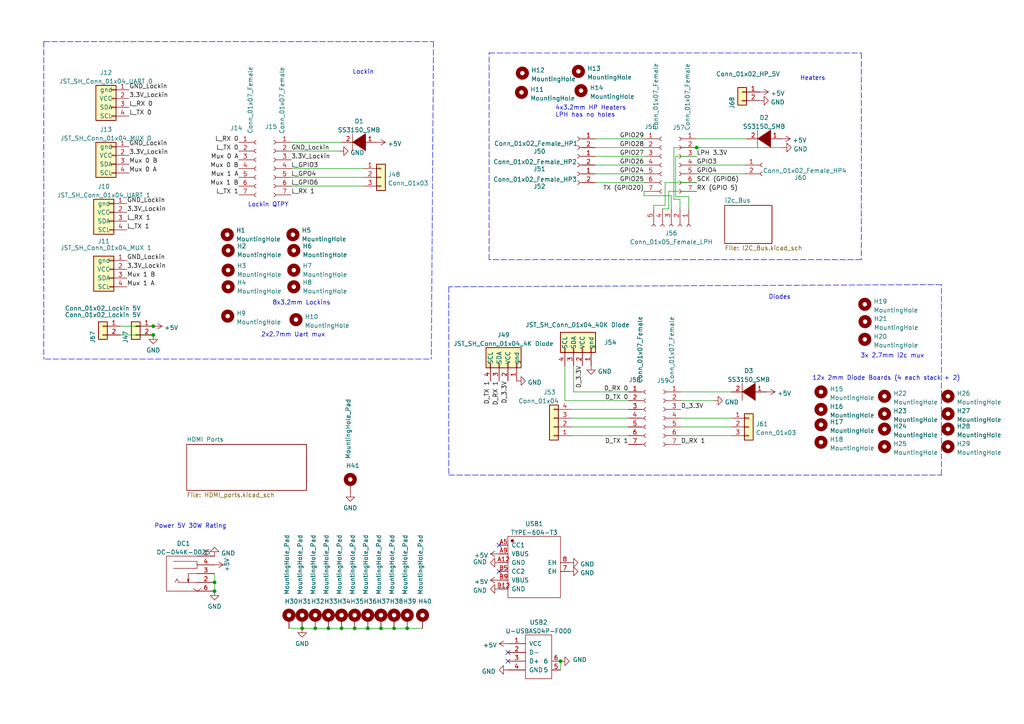
<source format=kicad_sch>
(kicad_sch (version 20231120) (generator "eeschema") (generator_version "8.0")
  (paper "A4")
  (lib_symbols
    (symbol "0JLC:JST_SH_Conn_01x04_i2c_horizontal" (pin_names (offset 1.016))
      (property "Reference" "J" (at 0 5.08 0))
      (property "Value" "0JLC_JST_SH_Conn_01x04_i2c_horizontal" (at 0 -7.62 0))
      (symbol "JST_SH_Conn_01x04_i2c_horizontal_1_1"
        (rectangle (start -1.27 -4.953) (end 0 -5.207) (stroke (width 0.1524)))
        (rectangle (start -1.27 -2.413) (end 0 -2.667) (stroke (width 0.1524)))
        (rectangle (start -1.27 0.127) (end 0 -0.127) (stroke (width 0.1524)))
        (rectangle (start -1.27 2.667) (end 0 2.413) (stroke (width 0.1524)))
        (rectangle (start -1.27 3.81) (end 4.572 -6.35) (stroke (width 0.254)) (fill (type background)))
        (pin passive line (at -5.08 2.54 0) (length 3.81) (name "gnd") (number "1"))
        (pin passive line (at -5.08 0 0) (length 3.81) (name "VCC") (number "2"))
        (pin passive line (at -5.08 -2.54 0) (length 3.81) (name "SDA") (number "3"))
        (pin passive line (at -5.08 -5.08 0) (length 3.81) (name "SCL") (number "4"))
      )
    )
    (symbol "0Therm_Enclosure:DC-044K-D025" (pin_names (offset 1.016) hide)
      (property "Reference" "DC" (at 0 10.287 0))
      (property "Value" "DC-044K-D025" (at 0 15.367 0))
      (symbol "DC-044K-D025_1_1"
        (polyline (pts (xy 0 -2.54) (xy -0.254 -1.524)) (stroke (width 0.1524)))
        (polyline (pts (xy 0 -2.54) (xy 0.254 -1.524)) (stroke (width 0.1524)))
        (polyline (pts (xy 2.54 3.556) (xy -4.318 3.556)) (stroke (width 0.1524)))
        (polyline (pts (xy 2.54 0) (xy 0 0) (xy 0 -2.54)) (stroke (width 0.1524)))
        (polyline (pts (xy 2.54 3.556) (xy 2.54 1.524) (xy -4.318 1.524)) (stroke (width 0.1524)))
        (polyline (pts (xy 2.54 -2.54) (xy -2.794 -2.54) (xy -3.302 -1.524) (xy -3.81 -2.54)) (stroke (width 0.1524)))
        (polyline (pts (xy 2.54 5.08) (xy -6.35 5.08) (xy -6.35 -5.08) (xy 2.54 -5.08)) (stroke (width 0.1524)))
        (bezier (pts (xy 3.556 -4.318) (xy 2.54 -5.842) (xy 1.524 -4.318) (xy 1.524 -4.318)) (stroke (width 0.1524)))
        (pin input line (at 7.62 5.08 180) (length 5.08) (name "1") (number "1"))
        (pin input line (at 7.62 -2.54 180) (length 5.08) (name "2") (number "2"))
        (pin input line (at 7.62 0 180) (length 5.08) (name "3") (number "3"))
        (pin input line (at 7.62 2.54 180) (length 5.08) (name "4") (number "4"))
        (pin input line (at 7.62 -5.08 180) (length 5.08) (name "6") (number "6"))
      )
    )
    (symbol "0Therm_Enclosure:TYPE-604-T3" (pin_names (offset 1.016))
      (property "Reference" "USB" (at 0 10.2362 0))
      (property "Value" "TYPE-604-T3" (at 0 15.3162 0))
      (symbol "TYPE-604-T3_1_1"
        (rectangle (start -7.62 7.62) (end 7.62 -10.16) (stroke (width 0.1524)))
        (circle (center -6.35 6.35) (radius 0.381) (stroke (width 0.1524)) (fill (type outline)))
        (pin input line (at 10.16 -2.54 180) (length 2.54) (name "EH") (number "7"))
        (pin input line (at 10.16 0 180) (length 2.54) (name "EH") (number "8"))
        (pin input line (at -10.16 0 0) (length 2.54) (name "GND") (number "A12"))
        (pin input line (at -10.16 5.08 0) (length 2.54) (name "CC1") (number "A5"))
        (pin input line (at -10.16 2.54 0) (length 2.54) (name "VBUS") (number "A9"))
        (pin input line (at -10.16 -7.62 0) (length 2.54) (name "GND") (number "B12"))
        (pin input line (at -10.16 -2.54 0) (length 2.54) (name "CC2") (number "B5"))
        (pin input line (at -10.16 -5.08 0) (length 2.54) (name "VBUS") (number "B9"))
      )
    )
    (symbol "0Therm_Enclosure:U-USBAS04P-F000" (pin_names (offset 1.016))
      (property "Reference" "USB" (at 0 10.2362 0))
      (property "Value" "U-USBAS04P-F000" (at 0 15.3162 0))
      (symbol "U-USBAS04P-F000_1_1"
        (rectangle (start 0 7.62) (end 7.62 -5.08) (stroke (width 0.1524)))
        (pin input line (at -5.08 5.08 0) (length 5.08) (name "VCC") (number "1"))
        (pin input line (at -5.08 2.54 0) (length 5.08) (name "D-") (number "2"))
        (pin input line (at -5.08 0 0) (length 5.08) (name "D+") (number "3"))
        (pin input line (at -5.08 -2.54 0) (length 5.08) (name "GND") (number "4"))
        (pin input line (at 10.16 -2.54 180) (length 2.54) (name "5") (number "5"))
        (pin input line (at 10.16 0 180) (length 2.54) (name "6") (number "6"))
      )
    )
    (symbol "Connector:Conn_01x02_Female" (pin_names (offset 1.016) hide)
      (property "Reference" "J" (at 0 2.54 0))
      (property "Value" "Conn_01x02_Female" (at 0 -5.08 0))
      (symbol "Conn_01x02_Female_1_1"
        (arc (start 0 -2.032) (mid -0.5058 -2.54) (end 0 -3.048) (stroke (width 0.1524)))
        (polyline (pts (xy -1.27 -2.54) (xy -0.508 -2.54)) (stroke (width 0.1524)))
        (polyline (pts (xy -1.27 0) (xy -0.508 0)) (stroke (width 0.1524)))
        (arc (start 0 0.508) (mid -0.5058 0) (end 0 -0.508) (stroke (width 0.1524)))
        (pin passive line (at -5.08 0 0) (length 3.81) (name "Pin_1") (number "1"))
        (pin passive line (at -5.08 -2.54 0) (length 3.81) (name "Pin_2") (number "2"))
      )
    )
    (symbol "Connector:Conn_01x05_Female" (pin_names (offset 1.016) hide)
      (property "Reference" "J" (at 0 7.62 0))
      (property "Value" "Conn_01x05_Female" (at 0 -7.62 0))
      (symbol "Conn_01x05_Female_1_1"
        (arc (start 0 -4.572) (mid -0.5058 -5.08) (end 0 -5.588) (stroke (width 0.1524)))
        (arc (start 0 -2.032) (mid -0.5058 -2.54) (end 0 -3.048) (stroke (width 0.1524)))
        (polyline (pts (xy -1.27 -5.08) (xy -0.508 -5.08)) (stroke (width 0.1524)))
        (polyline (pts (xy -1.27 -2.54) (xy -0.508 -2.54)) (stroke (width 0.1524)))
        (polyline (pts (xy -1.27 0) (xy -0.508 0)) (stroke (width 0.1524)))
        (polyline (pts (xy -1.27 2.54) (xy -0.508 2.54)) (stroke (width 0.1524)))
        (polyline (pts (xy -1.27 5.08) (xy -0.508 5.08)) (stroke (width 0.1524)))
        (arc (start 0 0.508) (mid -0.5058 0) (end 0 -0.508) (stroke (width 0.1524)))
        (arc (start 0 3.048) (mid -0.5058 2.54) (end 0 2.032) (stroke (width 0.1524)))
        (arc (start 0 5.588) (mid -0.5058 5.08) (end 0 4.572) (stroke (width 0.1524)))
        (pin passive line (at -5.08 5.08 0) (length 3.81) (name "Pin_1") (number "1"))
        (pin passive line (at -5.08 2.54 0) (length 3.81) (name "Pin_2") (number "2"))
        (pin passive line (at -5.08 0 0) (length 3.81) (name "Pin_3") (number "3"))
        (pin passive line (at -5.08 -2.54 0) (length 3.81) (name "Pin_4") (number "4"))
        (pin passive line (at -5.08 -5.08 0) (length 3.81) (name "Pin_5") (number "5"))
      )
    )
    (symbol "Connector:Conn_01x07_Female" (pin_names (offset 1.016) hide)
      (property "Reference" "J" (at 0 10.16 0))
      (property "Value" "Conn_01x07_Female" (at 0 -10.16 0))
      (symbol "Conn_01x07_Female_1_1"
        (arc (start 0 -7.112) (mid -0.5058 -7.62) (end 0 -8.128) (stroke (width 0.1524)))
        (arc (start 0 -4.572) (mid -0.5058 -5.08) (end 0 -5.588) (stroke (width 0.1524)))
        (arc (start 0 -2.032) (mid -0.5058 -2.54) (end 0 -3.048) (stroke (width 0.1524)))
        (polyline (pts (xy -1.27 -7.62) (xy -0.508 -7.62)) (stroke (width 0.1524)))
        (polyline (pts (xy -1.27 -5.08) (xy -0.508 -5.08)) (stroke (width 0.1524)))
        (polyline (pts (xy -1.27 -2.54) (xy -0.508 -2.54)) (stroke (width 0.1524)))
        (polyline (pts (xy -1.27 0) (xy -0.508 0)) (stroke (width 0.1524)))
        (polyline (pts (xy -1.27 2.54) (xy -0.508 2.54)) (stroke (width 0.1524)))
        (polyline (pts (xy -1.27 5.08) (xy -0.508 5.08)) (stroke (width 0.1524)))
        (polyline (pts (xy -1.27 7.62) (xy -0.508 7.62)) (stroke (width 0.1524)))
        (arc (start 0 0.508) (mid -0.5058 0) (end 0 -0.508) (stroke (width 0.1524)))
        (arc (start 0 3.048) (mid -0.5058 2.54) (end 0 2.032) (stroke (width 0.1524)))
        (arc (start 0 5.588) (mid -0.5058 5.08) (end 0 4.572) (stroke (width 0.1524)))
        (arc (start 0 8.128) (mid -0.5058 7.62) (end 0 7.112) (stroke (width 0.1524)))
        (pin passive line (at -5.08 7.62 0) (length 3.81) (name "Pin_1") (number "1"))
        (pin passive line (at -5.08 5.08 0) (length 3.81) (name "Pin_2") (number "2"))
        (pin passive line (at -5.08 2.54 0) (length 3.81) (name "Pin_3") (number "3"))
        (pin passive line (at -5.08 0 0) (length 3.81) (name "Pin_4") (number "4"))
        (pin passive line (at -5.08 -2.54 0) (length 3.81) (name "Pin_5") (number "5"))
        (pin passive line (at -5.08 -5.08 0) (length 3.81) (name "Pin_6") (number "6"))
        (pin passive line (at -5.08 -7.62 0) (length 3.81) (name "Pin_7") (number "7"))
      )
    )
    (symbol "Connector_Generic:Conn_01x02" (pin_names (offset 1.016) hide)
      (property "Reference" "J" (at 0 2.54 0))
      (property "Value" "Conn_01x02" (at 0 -5.08 0))
      (symbol "Conn_01x02_1_1"
        (rectangle (start -1.27 -2.413) (end 0 -2.667) (stroke (width 0.1524)))
        (rectangle (start -1.27 0.127) (end 0 -0.127) (stroke (width 0.1524)))
        (rectangle (start -1.27 1.27) (end 1.27 -3.81) (stroke (width 0.254)) (fill (type background)))
        (pin passive line (at -5.08 0 0) (length 3.81) (name "Pin_1") (number "1"))
        (pin passive line (at -5.08 -2.54 0) (length 3.81) (name "Pin_2") (number "2"))
      )
    )
    (symbol "Connector_Generic:Conn_01x03" (pin_names (offset 1.016) hide)
      (property "Reference" "J" (at 0 5.08 0))
      (property "Value" "Conn_01x03" (at 0 -5.08 0))
      (symbol "Conn_01x03_1_1"
        (rectangle (start -1.27 -2.413) (end 0 -2.667) (stroke (width 0.1524)))
        (rectangle (start -1.27 0.127) (end 0 -0.127) (stroke (width 0.1524)))
        (rectangle (start -1.27 2.667) (end 0 2.413) (stroke (width 0.1524)))
        (rectangle (start -1.27 3.81) (end 1.27 -3.81) (stroke (width 0.254)) (fill (type background)))
        (pin passive line (at -5.08 2.54 0) (length 3.81) (name "Pin_1") (number "1"))
        (pin passive line (at -5.08 0 0) (length 3.81) (name "Pin_2") (number "2"))
        (pin passive line (at -5.08 -2.54 0) (length 3.81) (name "Pin_3") (number "3"))
      )
    )
    (symbol "Connector_Generic:Conn_01x04" (pin_names (offset 1.016) hide)
      (property "Reference" "J" (at 0 5.08 0))
      (property "Value" "Conn_01x04" (at 0 -7.62 0))
      (symbol "Conn_01x04_1_1"
        (rectangle (start -1.27 -4.953) (end 0 -5.207) (stroke (width 0.1524)))
        (rectangle (start -1.27 -2.413) (end 0 -2.667) (stroke (width 0.1524)))
        (rectangle (start -1.27 0.127) (end 0 -0.127) (stroke (width 0.1524)))
        (rectangle (start -1.27 2.667) (end 0 2.413) (stroke (width 0.1524)))
        (rectangle (start -1.27 3.81) (end 1.27 -6.35) (stroke (width 0.254)) (fill (type background)))
        (pin passive line (at -5.08 2.54 0) (length 3.81) (name "Pin_1") (number "1"))
        (pin passive line (at -5.08 0 0) (length 3.81) (name "Pin_2") (number "2"))
        (pin passive line (at -5.08 -2.54 0) (length 3.81) (name "Pin_3") (number "3"))
        (pin passive line (at -5.08 -5.08 0) (length 3.81) (name "Pin_4") (number "4"))
      )
    )
    (symbol "Mechanical:MountingHole" (pin_names (offset 1.016))
      (property "Reference" "H" (at 0 5.08 0))
      (property "Value" "MountingHole" (at 0 3.175 0))
      (symbol "MountingHole_0_1"
        (circle (center 0 0) (radius 1.27) (stroke (width 1.27)))
      )
    )
    (symbol "Mechanical:MountingHole_Pad" (pin_numbers hide) (pin_names (offset 1.016) hide)
      (property "Reference" "H" (at 0 6.35 0))
      (property "Value" "MountingHole_Pad" (at 0 4.445 0))
      (symbol "MountingHole_Pad_0_1"
        (circle (center 0 1.27) (radius 1.27) (stroke (width 1.27)))
      )
      (symbol "MountingHole_Pad_1_1"
        (pin input line (at 0 -2.54 90) (length 2.54) (name "1") (number "1"))
      )
    )
    (symbol "power:+5V" (power) (pin_names (offset 0))
      (property "Value" "+5V" (at 0 3.556 0))
      (symbol "+5V_0_1"
        (polyline (pts (xy -0.762 1.27) (xy 0 2.54)))
        (polyline (pts (xy 0 0) (xy 0 2.54)))
        (polyline (pts (xy 0 2.54) (xy 0.762 1.27)))
      )
      (symbol "+5V_1_1"
        (pin power_in line (at 0 0 90) (length 0) hide (name "+5V") (number "1"))
      )
    )
    (symbol "power:GND" (power) (pin_names (offset 0))
      (property "Value" "GND" (at 0 -3.81 0))
      (symbol "GND_0_1"
        (polyline (pts (xy 0 0) (xy 0 -1.27) (xy 1.27 -1.27) (xy 0 -2.54) (xy -1.27 -1.27) (xy 0 -1.27)))
      )
      (symbol "GND_1_1"
        (pin power_in line (at 0 0 270) (length 0) hide (name "GND") (number "1"))
      )
    )
    (symbol "pspice:DIODE" (pin_names (offset 1.016) hide)
      (property "Reference" "D" (at 0 3.81 0))
      (property "Value" "DIODE" (at 0 -4.445 0))
      (symbol "DIODE_0_1"
        (polyline (pts (xy 1.905 2.54) (xy 1.905 -2.54)))
        (polyline (pts (xy -1.905 2.54) (xy -1.905 -2.54) (xy 1.905 0)) (fill (type outline)))
      )
      (symbol "DIODE_1_1"
        (pin input line (at -5.08 0 0) (length 3.81) (name "K") (number "1"))
        (pin input line (at 5.08 0 180) (length 3.81) (name "A") (number "2"))
      )
    )
  )
  (junction (at 44.45 94.615))
  (junction (at 99.06 182.245))
  (junction (at 118.11 182.245))
  (junction (at 62.23 171.45))
  (junction (at 102.87 182.245))
  (junction (at 162.56 191.77))
  (junction (at 110.49 182.245))
  (junction (at 202.057 42.799))
  (junction (at 106.68 182.245))
  (junction (at 44.45 97.155))
  (junction (at 95.25 182.245))
  (junction (at 87.63 182.245))
  (junction (at 114.3 182.245))
  (junction (at 91.44 182.245))
  (junction (at 62.23 168.91))
  (no_connect (at 147.32 191.77))
  (no_connect (at 147.32 189.23))
  (no_connect (at 144.78 158.115))
  (no_connect (at 144.78 165.735))
  (wire (pts (xy 87.63 182.245) (xy 91.44 182.245)))
  (wire (pts (xy 192.913 52.959) (xy 192.913 59.563)))
  (wire (pts (xy 195.961 57.023) (xy 199.771 57.023)))
  (wire (pts (xy 84.455 48.895) (xy 105.41 48.895)))
  (wire (pts (xy 118.11 182.245) (xy 122.555 182.245)))
  (wire (pts (xy 192.151 60.579) (xy 193.929 60.579)))
  (wire (pts (xy 202.057 52.959) (xy 192.913 52.959)))
  (wire (pts (xy 106.68 182.245) (xy 110.49 182.245)))
  (wire (pts (xy 182.245 113.665) (xy 166.37 113.665)))
  (wire (pts (xy 197.485 123.825) (xy 212.09 123.825)))
  (polyline (pts (xy 12.7 12.065) (xy 12.7 104.14)) (stroke (width 0) (type dash)))
  (wire (pts (xy 166.37 113.665) (xy 166.37 106.045)))
  (wire (pts (xy 202.057 47.879) (xy 216.027 47.879)))
  (wire (pts (xy 199.771 57.023) (xy 199.771 60.579)))
  (wire (pts (xy 114.3 182.245) (xy 118.11 182.245)))
  (wire (pts (xy 195.453 42.799) (xy 195.453 57.785)))
  (polyline (pts (xy 125.73 12.065) (xy 125.095 104.14)) (stroke (width 0) (type dash)))
  (polyline (pts (xy 249.809 75.311) (xy 141.859 75.311)) (stroke (width 0) (type dash)))
  (wire (pts (xy 172.593 40.259) (xy 186.817 40.259)))
  (wire (pts (xy 202.057 40.259) (xy 216.535 40.259)))
  (wire (pts (xy 172.593 47.879) (xy 186.817 47.879)))
  (wire (pts (xy 194.691 56.769) (xy 194.691 60.579)))
  (wire (pts (xy 195.961 45.339) (xy 195.961 57.023)))
  (polyline (pts (xy 130.175 83.185) (xy 130.175 137.795)) (stroke (width 0) (type dash)))
  (wire (pts (xy 84.455 43.815) (xy 98.425 43.815)))
  (wire (pts (xy 95.25 182.245) (xy 99.06 182.245)))
  (wire (pts (xy 34.925 94.615) (xy 44.45 94.615)))
  (wire (pts (xy 102.87 182.245) (xy 106.68 182.245)))
  (wire (pts (xy 195.453 57.785) (xy 197.231 57.785)))
  (polyline (pts (xy 273.05 137.795) (xy 273.05 82.55)) (stroke (width 0) (type dash)))
  (polyline (pts (xy 124.46 104.14) (xy 12.7 104.14)) (stroke (width 0) (type dash)))
  (wire (pts (xy 84.455 53.975) (xy 105.41 53.975)))
  (wire (pts (xy 195.453 42.799) (xy 202.057 42.799)))
  (polyline (pts (xy 249.809 15.367) (xy 249.809 75.311)) (stroke (width 0) (type dash)))
  (wire (pts (xy 193.929 55.499) (xy 202.057 55.499)))
  (wire (pts (xy 91.44 182.245) (xy 95.25 182.245)))
  (wire (pts (xy 165.735 121.285) (xy 182.245 121.285)))
  (polyline (pts (xy 130.175 137.795) (xy 273.05 137.795)) (stroke (width 0) (type dash)))
  (wire (pts (xy 197.485 126.365) (xy 212.09 126.365)))
  (wire (pts (xy 84.455 41.275) (xy 99.06 41.275)))
  (wire (pts (xy 163.83 116.205) (xy 182.245 116.205)))
  (wire (pts (xy 62.23 166.37) (xy 62.23 168.91)))
  (wire (pts (xy 192.913 59.563) (xy 189.611 59.563)))
  (wire (pts (xy 62.23 168.91) (xy 62.23 171.45)))
  (polyline (pts (xy 141.859 15.367) (xy 249.809 15.367)) (stroke (width 0) (type dash)))
  (wire (pts (xy 189.611 59.563) (xy 189.611 60.579)))
  (wire (pts (xy 197.485 113.665) (xy 212.09 113.665)))
  (wire (pts (xy 172.593 45.339) (xy 186.817 45.339)))
  (wire (pts (xy 186.817 55.499) (xy 186.817 56.769)))
  (wire (pts (xy 186.817 56.769) (xy 194.691 56.769)))
  (wire (pts (xy 172.593 52.959) (xy 186.817 52.959)))
  (wire (pts (xy 34.925 97.155) (xy 44.45 97.155)))
  (wire (pts (xy 165.735 123.825) (xy 182.245 123.825)))
  (wire (pts (xy 197.231 57.785) (xy 197.231 60.579)))
  (wire (pts (xy 165.735 118.745) (xy 182.245 118.745)))
  (wire (pts (xy 197.485 121.285) (xy 212.09 121.285)))
  (wire (pts (xy 193.929 60.579) (xy 193.929 55.499)))
  (wire (pts (xy 197.485 116.205) (xy 207.01 116.205)))
  (wire (pts (xy 172.593 42.799) (xy 186.817 42.799)))
  (wire (pts (xy 202.057 42.799) (xy 226.949 42.799)))
  (wire (pts (xy 99.06 182.245) (xy 102.87 182.245)))
  (wire (pts (xy 110.49 182.245) (xy 114.3 182.245)))
  (wire (pts (xy 202.057 50.419) (xy 216.027 50.419)))
  (wire (pts (xy 165.735 126.365) (xy 182.245 126.365)))
  (wire (pts (xy 172.593 50.419) (xy 186.817 50.419)))
  (polyline (pts (xy 12.7 12.065) (xy 125.73 12.065)) (stroke (width 0) (type dash)))
  (wire (pts (xy 162.56 191.77) (xy 162.56 194.31)))
  (wire (pts (xy 84.455 51.435) (xy 105.41 51.435)))
  (wire (pts (xy 202.057 45.339) (xy 195.961 45.339)))
  (polyline (pts (xy 273.05 82.55) (xy 130.175 83.185)) (stroke (width 0) (type dash)))
  (wire (pts (xy 163.83 106.045) (xy 163.83 116.205)))
  (polyline (pts (xy 141.859 75.311) (xy 141.859 15.367)) (stroke (width 0) (type dash)))
  (wire (pts (xy 83.82 182.245) (xy 87.63 182.245)))
  (text "12x 2mm Diode Boards (4 each stack + 2)" (at 235.585 110.49 0) (effects (font (size 1.27 1.27)) (justify left bottom)))
  (text "8x3.2mm Lockins" (at 78.994 88.646 0) (effects (font (size 1.27 1.27)) (justify left bottom)))
  (text "3x 2.7mm i2c mux\n\n" (at 249.555 106.045 0) (effects (font (size 1.27 1.27)) (justify left bottom)))
  (text "Lockin QTPY\n" (at 71.882 60.198 0) (effects (font (size 1.27 1.27)) (justify left bottom)))
  (text "Power 5V 30W Rating" (at 44.7534 153.4042 0) (effects (font (size 1.27 1.27)) (justify left bottom)))
  (text "2x2.7mm Uart mux\n\n" (at 75.692 99.949 0) (effects (font (size 1.27 1.27)) (justify left bottom)))
  (text "Heaters" (at 232.029 23.495 0) (effects (font (size 1.27 1.27)) (justify left bottom)))
  (text "Lockin\n" (at 102.235 21.717 0) (effects (font (size 1.27 1.27)) (justify left bottom)))
  (text "4x3.2mm HP Heaters\nLPH has no holes" (at 161.036 34.163 0) (effects (font (size 1.27 1.27)) (justify left bottom)))
  (text "Diodes\n" (at 222.885 86.995 0) (effects (font (size 1.27 1.27)) (justify left bottom)))
  (label "RX (GPIO 5)" (at 202.057 55.499 0))
  (label "L_RX 0" (at 37.465 31.115 0))
  (label "GND_Lockin" (at 84.455 43.815 0))
  (label "GND_Lockin" (at 36.83 59.055 0))
  (label "L_RX 1" (at 36.83 64.135 0))
  (label "GND_Lockin" (at 37.465 26.035 0))
  (label "Mux 1 B" (at 36.83 80.645 0))
  (label "3.3V_Lockin" (at 84.455 46.355 0))
  (label "GPIO29" (at 186.817 40.259 180))
  (label "SCK (GPIO6)" (at 202.057 52.959 0))
  (label "3.3V_Lockin" (at 37.465 45.085 0))
  (label "Mux 0 A" (at 69.215 46.355 180))
  (label "3.3V_Lockin" (at 36.83 61.595 0))
  (label "Mux 1 B" (at 69.215 53.975 180))
  (label "3.3V_Lockin" (at 37.465 28.575 0))
  (label "D_RX 1" (at 197.485 128.905 0))
  (label "GPIO24" (at 186.817 50.419 180))
  (label "L_TX 1" (at 69.215 56.515 180))
  (label "D_3.3V" (at 147.32 110.49 270))
  (label "Mux 0 B" (at 37.465 47.625 0))
  (label "3.3V_Lockin" (at 36.83 78.105 0))
  (label "D_3.3V" (at 197.485 118.745 0))
  (label "D_TX 1" (at 142.24 110.49 270))
  (label "Mux 0 B" (at 69.215 48.895 180))
  (label "GND_Lockin" (at 37.465 42.545 0))
  (label "LPH 3.3V" (at 202.057 45.339 0))
  (label "Mux 1 A" (at 69.215 51.435 180))
  (label "L_GPIO6" (at 84.455 53.975 0))
  (label "TX (GPIO20)" (at 186.817 55.499 180))
  (label "GND_Lockin" (at 36.83 75.565 0))
  (label "L_GPIO3" (at 84.455 48.895 0))
  (label "GPIO25" (at 186.817 52.959 180))
  (label "L_TX 0" (at 69.215 43.815 180))
  (label "D_TX 0" (at 182.245 116.205 180))
  (label "D_RX 1" (at 144.78 110.49 270))
  (label "GPIO4" (at 202.057 50.419 0))
  (label "L_RX 0" (at 69.215 41.275 180))
  (label "D_RX 0" (at 182.245 113.665 180))
  (label "Mux 1 A" (at 36.83 83.185 0))
  (label "GPIO3" (at 202.057 47.879 0))
  (label "D_TX 1" (at 182.245 128.905 180))
  (label "GPIO27" (at 186.817 45.339 180))
  (label "GPIO26" (at 186.817 47.879 180))
  (label "D_3.3V" (at 168.91 106.045 270))
  (label "L_GPO4" (at 84.455 51.435 0))
  (label "GPIO28" (at 186.817 42.799 180))
  (label "L_RX 1" (at 84.455 56.515 0))
  (label "Mux 0 A" (at 37.465 50.165 0))
  (label "L_TX 0" (at 37.465 33.655 0))
  (label "L_TX 1" (at 36.83 66.675 0))
  (symbol (lib_id "power:GND") (at 87.63 182.245 0) (unit 1)
    (property "Reference" "#PWR0112" (effects (hide yes)))
    (property "Value" "GND" (at 87.63 186.6884 0))
  )
  (symbol (lib_id "Mechanical:MountingHole") (at 256.54 120.015 0) (unit 1)
    (property "Reference" "H23" (at 259.08 119.1803 0) (effects (justify left)))
    (property "Value" "MountingHole" (at 259.08 121.7172 0) (effects (justify left)))
    (property "Footprint" "MountingHole:MountingHole_2.2mm_M2_Pad" (effects (hide yes)))
  )
  (symbol (lib_id "power:+5V") (at 44.45 94.615 270) (unit 1)
    (property "Reference" "#PWR01" (effects (hide yes)))
    (property "Value" "+5V" (at 47.625 95.0488 90) (effects (justify left)))
  )
  (symbol (lib_id "Mechanical:MountingHole") (at 250.825 98.425 0) (unit 1)
    (property "Reference" "H20" (at 253.365 97.5903 0) (effects (justify left)))
    (property "Value" "MountingHole" (at 253.365 100.1272 0) (effects (justify left)))
    (property "Footprint" "MountingHole:MountingHole_2.7mm_M2.5_Pad" (effects (hide yes)))
  )
  (symbol (lib_id "Mechanical:MountingHole") (at 167.767 20.701 0) (unit 1)
    (property "Reference" "H13" (at 170.307 19.8663 0) (effects (justify left)))
    (property "Value" "MountingHole" (at 170.307 22.4032 0) (effects (justify left)))
    (property "Footprint" "MountingHole:MountingHole_3.2mm_M3_Pad" (effects (hide yes)))
  )
  (symbol (lib_id "Connector:Conn_01x07_Female") (at 196.977 47.879 0) (mirror y) (unit 1)
    (property "Reference" "J57" (at 196.85 36.991 0))
    (property "Value" "Conn_01x07_Female" (at 199.39 28.0979 90))
    (property "Footprint" "Connector_PinSocket_2.54mm:PinSocket_1x07_P2.54mm_Vertical" (effects (hide yes)))
    (property "LCSC" "C2897370" (effects (hide yes)))
  )
  (symbol (lib_id "Mechanical:MountingHole") (at 66.167 78.359 0) (unit 1)
    (property "Reference" "H3" (at 68.707 77.0889 0) (effects (justify left)))
    (property "Value" "MountingHole" (at 68.707 79.6289 0) (effects (justify left)))
    (property "Footprint" "MountingHole:MountingHole_3.2mm_M3_Pad" (effects (hide yes)))
  )
  (symbol (lib_id "pspice:DIODE") (at 217.17 113.665 180) (unit 1)
    (property "Reference" "D3" (at 217.17 107.5522 0))
    (property "Value" "SS3150_SMB" (at 217.17 110.0891 0))
    (property "Footprint" "0Library:SMB_L4.6-W3.6-LS5.3-R-RD" (effects (hide yes)))
    (property "LCSC" "C47124" (effects (hide yes)))
  )
  (symbol (lib_id "Mechanical:MountingHole") (at 85.217 78.359 0) (unit 1)
    (property "Reference" "H7" (at 87.757 77.0889 0) (effects (justify left)))
    (property "Value" "MountingHole" (at 87.757 79.6289 0) (effects (justify left)))
    (property "Footprint" "MountingHole:MountingHole_3.2mm_M3_Pad" (effects (hide yes)))
  )
  (symbol (lib_id "0JLC:JST_SH_Conn_01x04_i2c_horizontal") (at 32.385 45.085 0) (mirror y) (unit 1)
    (property "Reference" "J13" (at 30.734 37.5752 0))
    (property "Value" "JST_SH_Conn_01x04_MUX 0" (at 30.734 40.1121 0))
    (property "Footprint" "Connector_JST:JST_SH_BM04B-SRSS-TB_1x04-1MP_P1.00mm_Vertical" (effects (hide yes)))
    (property "LCSC" "C160390" (effects (hide yes)))
  )
  (symbol (lib_id "Mechanical:MountingHole") (at 274.955 114.935 0) (unit 1)
    (property "Reference" "H26" (at 277.495 114.1003 0) (effects (justify left)))
    (property "Value" "MountingHole" (at 277.495 116.6372 0) (effects (justify left)))
    (property "Footprint" "MountingHole:MountingHole_2.2mm_M2_Pad" (effects (hide yes)))
  )
  (symbol (lib_id "power:GND") (at 165.1 165.735 90) (unit 1)
    (property "Reference" "#PWR0119" (effects (hide yes)))
    (property "Value" "GND" (at 168.275 166.1688 90) (effects (justify right)))
  )
  (symbol (lib_id "power:GND") (at 62.23 161.29 180) (unit 1)
    (property "Reference" "#PWR011" (effects (hide yes)))
    (property "Value" "GND" (at 64.135 160.4538 0) (effects (justify right)))
  )
  (symbol (lib_id "0JLC:JST_SH_Conn_01x04_i2c_horizontal") (at 168.91 100.965 270) (mirror x) (unit 1)
    (property "Reference" "J54" (at 177.0396 99.314 90))
    (property "Value" "JST_SH_Conn_01x04_40K Diode" (at 167.5177 94.234 90))
    (property "Footprint" "Connector_JST:JST_SH_BM04B-SRSS-TB_1x04-1MP_P1.00mm_Vertical" (effects (hide yes)))
    (property "LCSC" "C160390" (effects (hide yes)))
  )
  (symbol (lib_id "Connector:Conn_01x02_Female") (at 167.513 45.339 0) (mirror y) (unit 1)
    (property "Reference" "J51" (at 156.464 48.988 0))
    (property "Value" "Conn_01x02_Female_HP2" (at 155.194 46.9591 0))
    (property "Footprint" "Connector_PinSocket_2.54mm:PinSocket_1x02_P2.54mm_Vertical" (effects (hide yes)))
    (property "LCSC" "C49661" (effects (hide yes)))
  )
  (symbol (lib_id "power:GND") (at 144.78 170.815 270) (unit 1)
    (property "Reference" "#PWR0115" (effects (hide yes)))
    (property "Value" "GND" (at 137.16 171.2488 90) (effects (justify left)))
  )
  (symbol (lib_id "power:GND") (at 226.949 42.799 90) (unit 1)
    (property "Reference" "#PWR07" (effects (hide yes)))
    (property "Value" "GND" (at 230.124 43.2328 90) (effects (justify right)))
  )
  (symbol (lib_id "0JLC:JST_SH_Conn_01x04_i2c_horizontal") (at 31.75 78.105 0) (mirror y) (unit 1)
    (property "Reference" "J11" (at 30.099 69.9754 0))
    (property "Value" "JST_SH_Conn_01x04_MUX 1" (at 30.734 71.8773 0))
    (property "Footprint" "Connector_JST:JST_SH_BM04B-SRSS-TB_1x04-1MP_P1.00mm_Vertical" (effects (hide yes)))
    (property "LCSC" "C160390" (effects (hide yes)))
  )
  (symbol (lib_id "Connector:Conn_01x05_Female") (at 194.691 65.659 270) (unit 1)
    (property "Reference" "J56" (at 194.691 67.6386 90))
    (property "Value" "Conn_01x05_Female_LPH" (at 194.691 70.1755 90))
    (property "Footprint" "Connector_PinSocket_2.54mm:PinSocket_1x05_P2.54mm_Vertical" (effects (hide yes)))
    (property "LCSC" "C50950" (effects (hide yes)))
  )
  (symbol (lib_id "Connector_Generic:Conn_01x03") (at 217.17 123.825 0) (unit 1)
    (property "Reference" "J61" (at 219.202 122.9903 0) (effects (justify left)))
    (property "Value" "Conn_01x03" (at 219.202 125.5272 0) (effects (justify left)))
    (property "Footprint" "Connector_PinSocket_2.54mm:PinSocket_1x03_P2.54mm_Vertical" (effects (hide yes)))
  )
  (symbol (lib_id "Mechanical:MountingHole") (at 85.852 92.71 0) (unit 1)
    (property "Reference" "H10" (at 88.392 91.8753 0) (effects (justify left)))
    (property "Value" "MountingHole" (at 88.392 94.4122 0) (effects (justify left)))
    (property "Footprint" "MountingHole:MountingHole_2.7mm_Pad" (effects (hide yes)))
  )
  (symbol (lib_id "power:GND") (at 162.56 191.77 90) (unit 1)
    (property "Reference" "#PWR0122" (effects (hide yes)))
    (property "Value" "GND" (at 170.18 191.3362 90) (effects (justify left)))
  )
  (symbol (lib_id "power:+5V") (at 109.22 41.275 270) (unit 1)
    (property "Reference" "#PWR0101" (effects (hide yes)))
    (property "Value" "+5V" (at 112.395 41.7088 90) (effects (justify left)))
  )
  (symbol (lib_id "Mechanical:MountingHole") (at 250.825 88.265 0) (unit 1)
    (property "Reference" "H19" (at 253.365 87.4303 0) (effects (justify left)))
    (property "Value" "MountingHole" (at 253.365 89.9672 0) (effects (justify left)))
    (property "Footprint" "MountingHole:MountingHole_2.7mm_M2.5_Pad" (effects (hide yes)))
  )
  (symbol (lib_id "power:GND") (at 171.45 106.045 0) (unit 1)
    (property "Reference" "#PWR04" (effects (hide yes)))
    (property "Value" "GND" (at 173.355 107.7488 0) (effects (justify left)))
  )
  (symbol (lib_id "Connector_Generic:Conn_01x03") (at 110.49 51.435 0) (unit 1)
    (property "Reference" "J48" (at 112.522 50.6003 0) (effects (justify left)))
    (property "Value" "Conn_01x03" (at 112.522 53.1372 0) (effects (justify left)))
    (property "Footprint" "Connector_PinSocket_2.54mm:PinSocket_1x03_P2.54mm_Vertical" (effects (hide yes)))
  )
  (symbol (lib_id "Connector_Generic:Conn_01x02") (at 29.845 94.615 0) (mirror y) (unit 1)
    (property "Reference" "J67" (at 26.8697 99.568 90) (effects (justify left)))
    (property "Value" "Conn_01x02_Lockin 5V" (at 40.8428 89.408 0) (effects (justify left)))
    (property "Footprint" "Connector_JST:JST_PH_B2B-PH-K_1x02_P2.00mm_Vertical" (effects (hide yes)))
    (property "LCSC" "C2683610" (effects (hide yes)))
  )
  (symbol (lib_id "Mechanical:MountingHole") (at 274.955 129.54 0) (unit 1)
    (property "Reference" "H29" (at 277.495 128.7053 0) (effects (justify left)))
    (property "Value" "MountingHole" (at 277.495 131.2422 0) (effects (justify left)))
    (property "Footprint" "MountingHole:MountingHole_2.2mm_M2_Pad" (effects (hide yes)))
  )
  (symbol (lib_id "Connector:Conn_01x07_Female") (at 191.897 47.879 0) (unit 1)
    (property "Reference" "J55" (at 186.8932 36.7573 0) (effects (justify left)))
    (property "Value" "Conn_01x07_Female" (at 190.1952 37.7702 90) (effects (justify left)))
    (property "Footprint" "Connector_PinSocket_2.54mm:PinSocket_1x07_P2.54mm_Vertical" (effects (hide yes)))
    (property "LCSC" "C2897370" (effects (hide yes)))
  )
  (symbol (lib_id "Mechanical:MountingHole") (at 238.125 118.745 0) (unit 1)
    (property "Reference" "H16" (at 240.665 117.9103 0) (effects (justify left)))
    (property "Value" "MountingHole" (at 240.665 120.4472 0) (effects (justify left)))
    (property "Footprint" "MountingHole:MountingHole_2.2mm_M2_Pad" (effects (hide yes)))
  )
  (symbol (lib_id "Connector:Conn_01x02_Female") (at 167.513 50.419 0) (mirror y) (unit 1)
    (property "Reference" "J52" (at 156.464 54.068 0))
    (property "Value" "Conn_01x02_Female_HP3" (at 155.194 52.0391 0))
    (property "Footprint" "Connector_PinSocket_2.54mm:PinSocket_1x02_P2.54mm_Vertical" (effects (hide yes)))
    (property "LCSC" "C49661" (effects (hide yes)))
  )
  (symbol (lib_id "power:+5V") (at 222.25 113.665 270) (unit 1)
    (property "Reference" "#PWR08" (effects (hide yes)))
    (property "Value" "+5V" (at 225.425 114.0988 90) (effects (justify left)))
  )
  (symbol (lib_id "Mechanical:MountingHole") (at 238.125 113.665 0) (unit 1)
    (property "Reference" "H15" (at 240.665 112.8303 0) (effects (justify left)))
    (property "Value" "MountingHole" (at 240.665 115.3672 0) (effects (justify left)))
    (property "Footprint" "MountingHole:MountingHole_2.2mm_M2_Pad" (effects (hide yes)))
  )
  (symbol (lib_id "Mechanical:MountingHole") (at 256.54 124.46 0) (unit 1)
    (property "Reference" "H24" (at 259.08 123.6253 0) (effects (justify left)))
    (property "Value" "MountingHole" (at 259.08 126.1622 0) (effects (justify left)))
    (property "Footprint" "MountingHole:MountingHole_2.2mm_M2_Pad" (effects (hide yes)))
  )
  (symbol (lib_id "0Therm_Enclosure:TYPE-604-T3") (at 154.94 163.195 0) (unit 1)
    (property "Reference" "USB1" (at 154.94 151.926 0))
    (property "Value" "TYPE-604-T3" (at 154.94 154.4629 0))
    (property "Footprint" "0Library:USB-C-TH_TYPE-604-T3" (effects (hide yes)))
    (property "LCSC" "C2689839" (effects (hide yes)))
    (property "uuid" "std:b6c19e6f567f42e08bd0e3880ca21382" (effects (hide yes)))
  )
  (symbol (lib_id "Mechanical:MountingHole") (at 151.257 26.797 0) (unit 1)
    (property "Reference" "H11" (at 153.797 25.9623 0) (effects (justify left)))
    (property "Value" "MountingHole" (at 153.797 28.4992 0) (effects (justify left)))
    (property "Footprint" "MountingHole:MountingHole_3.2mm_M3_Pad" (effects (hide yes)))
  )
  (symbol (lib_id "Mechanical:MountingHole") (at 274.955 120.015 0) (unit 1)
    (property "Reference" "H27" (at 277.495 119.1803 0) (effects (justify left)))
    (property "Value" "MountingHole" (at 277.495 121.7172 0) (effects (justify left)))
    (property "Footprint" "MountingHole:MountingHole_2.2mm_M2_Pad" (effects (hide yes)))
  )
  (symbol (lib_id "0JLC:JST_SH_Conn_01x04_i2c_horizontal") (at 32.385 28.575 0) (mirror y) (unit 1)
    (property "Reference" "J12" (at 30.734 21.0652 0))
    (property "Value" "JST_SH_Conn_01x04_UART 0" (at 30.734 23.6021 0))
    (property "Footprint" "Connector_JST:JST_SH_BM04B-SRSS-TB_1x04-1MP_P1.00mm_Vertical" (effects (hide yes)))
    (property "LCSC" "C160390" (effects (hide yes)))
  )
  (symbol (lib_id "Mechanical:MountingHole") (at 256.54 129.54 0) (unit 1)
    (property "Reference" "H25" (at 259.08 128.7053 0) (effects (justify left)))
    (property "Value" "MountingHole" (at 259.08 131.2422 0) (effects (justify left)))
    (property "Footprint" "MountingHole:MountingHole_2.2mm_M2_Pad" (effects (hide yes)))
  )
  (symbol (lib_id "power:GND") (at 220.345 29.21 90) (unit 1)
    (property "Reference" "#PWR010" (effects (hide yes)))
    (property "Value" "GND" (at 223.52 29.6438 90) (effects (justify right)))
  )
  (symbol (lib_id "power:GND") (at 207.01 116.205 90) (unit 1)
    (property "Reference" "#PWR05" (effects (hide yes)))
    (property "Value" "GND" (at 210.185 116.6388 90) (effects (justify right)))
  )
  (symbol (lib_id "power:GND") (at 149.86 110.49 90) (unit 1)
    (property "Reference" "#PWR03" (effects (hide yes)))
    (property "Value" "GND" (at 153.035 110.9238 90) (effects (justify right)))
  )
  (symbol (lib_id "Mechanical:MountingHole_Pad") (at 87.63 179.705 0) (unit 1)
    (property "Reference" "H31" (at 86.36 174.4253 0) (effects (justify left)))
    (property "Value" "MountingHole_Pad" (at 86.995 172.5172 90) (effects (justify left)))
    (property "Footprint" "MountingHole:MountingHole_5.3mm_M5_Pad" (effects (hide yes)))
  )
  (symbol (lib_id "power:GND") (at 147.32 194.31 270) (unit 1)
    (property "Reference" "#PWR0121" (effects (hide yes)))
    (property "Value" "GND" (at 139.7 194.7438 90) (effects (justify left)))
  )
  (symbol (lib_id "Mechanical:MountingHole_Pad") (at 114.3 179.705 0) (unit 1)
    (property "Reference" "H38" (at 113.03 174.4253 0) (effects (justify left)))
    (property "Value" "MountingHole_Pad" (at 113.665 172.5172 90) (effects (justify left)))
    (property "Footprint" "MountingHole:MountingHole_5.3mm_M5_Pad" (effects (hide yes)))
  )
  (symbol (lib_id "Mechanical:MountingHole_Pad") (at 106.68 179.705 0) (unit 1)
    (property "Reference" "H36" (at 105.41 174.4253 0) (effects (justify left)))
    (property "Value" "MountingHole_Pad" (at 106.045 172.5172 90) (effects (justify left)))
    (property "Footprint" "MountingHole:MountingHole_5.3mm_M5_Pad" (effects (hide yes)))
  )
  (symbol (lib_id "Connector:Conn_01x07_Female") (at 74.295 48.895 0) (unit 1)
    (property "Reference" "J14" (at 66.7512 37.1383 0) (effects (justify left)))
    (property "Value" "Conn_01x07_Female" (at 72.5932 38.7862 90) (effects (justify left)))
    (property "Footprint" "Connector_PinSocket_2.54mm:PinSocket_1x07_P2.54mm_Vertical" (effects (hide yes)))
    (property "LCSC" "C2897370" (effects (hide yes)))
  )
  (symbol (lib_id "Mechanical:MountingHole") (at 168.529 26.289 0) (unit 1)
    (property "Reference" "H14" (at 171.069 25.4543 0) (effects (justify left)))
    (property "Value" "MountingHole" (at 171.069 27.9912 0) (effects (justify left)))
    (property "Footprint" "MountingHole:MountingHole_3.2mm_M3_Pad" (effects (hide yes)))
  )
  (symbol (lib_id "Mechanical:MountingHole") (at 238.125 123.19 0) (unit 1)
    (property "Reference" "H17" (at 240.665 122.3553 0) (effects (justify left)))
    (property "Value" "MountingHole" (at 240.665 124.8922 0) (effects (justify left)))
    (property "Footprint" "MountingHole:MountingHole_2.2mm_M2_Pad" (effects (hide yes)))
  )
  (symbol (lib_id "Mechanical:MountingHole") (at 66.04 91.694 0) (unit 1)
    (property "Reference" "H9" (at 68.58 90.8593 0) (effects (justify left)))
    (property "Value" "MountingHole" (at 68.58 93.3962 0) (effects (justify left)))
    (property "Footprint" "MountingHole:MountingHole_2.7mm_Pad" (effects (hide yes)))
  )
  (symbol (lib_id "0Therm_Enclosure:DC-044K-D025") (at 54.61 166.37 0) (unit 1)
    (property "Reference" "DC1" (at 53.213 157.641 0))
    (property "Value" "DC-044K-D025" (at 53.213 160.1779 0))
    (property "Footprint" "0Library:DC-IN-TH_DC-044K-D025" (effects (hide yes)))
    (property "LCSC" "C963204" (effects (hide yes)))
    (property "uuid" "std:3cea2f154e624d63bd8d608b96c28964" (effects (hide yes)))
  )
  (symbol (lib_id "Mechanical:MountingHole") (at 238.125 128.27 0) (unit 1)
    (property "Reference" "H18" (at 240.665 127.4353 0) (effects (justify left)))
    (property "Value" "MountingHole" (at 240.665 129.9722 0) (effects (justify left)))
    (property "Footprint" "MountingHole:MountingHole_2.2mm_M2_Pad" (effects (hide yes)))
  )
  (symbol (lib_id "Mechanical:MountingHole") (at 274.955 124.46 0) (unit 1)
    (property "Reference" "H28" (at 277.495 123.6253 0) (effects (justify left)))
    (property "Value" "MountingHole" (at 277.495 126.1622 0) (effects (justify left)))
    (property "Footprint" "MountingHole:MountingHole_2.2mm_M2_Pad" (effects (hide yes)))
  )
  (symbol (lib_id "Mechanical:MountingHole_Pad") (at 91.44 179.705 0) (unit 1)
    (property "Reference" "H32" (at 90.17 174.4253 0) (effects (justify left)))
    (property "Value" "MountingHole_Pad" (at 90.805 172.5172 90) (effects (justify left)))
    (property "Footprint" "MountingHole:MountingHole_5.3mm_M5_Pad" (effects (hide yes)))
  )
  (symbol (lib_id "pspice:DIODE") (at 104.14 41.275 180) (unit 1)
    (property "Reference" "D1" (at 104.14 35.1622 0))
    (property "Value" "SS3150_SMB" (at 104.14 37.6991 0))
    (property "Footprint" "0Library:SMB_L4.6-W3.6-LS5.3-R-RD" (effects (hide yes)))
    (property "LCSC" "C47124" (effects (hide yes)))
  )
  (symbol (lib_id "0JLC:JST_SH_Conn_01x04_i2c_horizontal") (at 147.32 105.41 270) (mirror x) (unit 1)
    (property "Reference" "J49" (at 146.05 97.1382 90))
    (property "Value" "JST_SH_Conn_01x04_4K Diode" (at 146.05 99.6751 90))
    (property "Footprint" "Connector_JST:JST_SH_BM04B-SRSS-TB_1x04-1MP_P1.00mm_Vertical" (effects (hide yes)))
    (property "LCSC" "C160390" (effects (hide yes)))
  )
  (symbol (lib_id "Mechanical:MountingHole") (at 250.9082 93.293 0) (unit 1)
    (property "Reference" "H21" (at 253.4482 92.4583 0) (effects (justify left)))
    (property "Value" "MountingHole" (at 253.4482 94.9952 0) (effects (justify left)))
    (property "Footprint" "MountingHole:MountingHole_2.7mm_M2.5_Pad" (effects (hide yes)))
  )
  (symbol (lib_id "Mechanical:MountingHole") (at 66.167 83.185 0) (unit 1)
    (property "Reference" "H4" (at 68.707 81.9149 0) (effects (justify left)))
    (property "Value" "MountingHole" (at 68.707 84.4549 0) (effects (justify left)))
    (property "Footprint" "MountingHole:MountingHole_3.2mm_M3_Pad" (effects (hide yes)))
  )
  (symbol (lib_id "0Therm_Enclosure:U-USBAS04P-F000") (at 152.4 191.77 0) (unit 1)
    (property "Reference" "USB2" (at 156.21 180.501 0))
    (property "Value" "U-USBAS04P-F000" (at 156.21 183.0379 0))
    (property "Footprint" "0Library:USB-A-TH_U-A-24DD-Y-2" (effects (hide yes)))
    (property "Datasheet" "http://www.szlcsc.com/product/details_360842.html" (effects (hide yes)))
    (property "SuppliersPartNumber" "C386735" (effects (hide yes)))
    (property "uuid" "std:7c4e052594dd4972b9e48234767a1e50" (effects (hide yes)))
  )
  (symbol (lib_id "Connector:Conn_01x07_Female") (at 192.405 121.285 0) (mirror y) (unit 1)
    (property "Reference" "J59" (at 192.278 110.397 0))
    (property "Value" "Conn_01x07_Female" (at 194.818 101.5039 90))
    (property "Footprint" "Connector_PinSocket_2.54mm:PinSocket_1x07_P2.54mm_Vertical" (effects (hide yes)))
    (property "LCSC" "C2897370" (effects (hide yes)))
  )
  (symbol (lib_id "Mechanical:MountingHole_Pad") (at 99.06 179.705 0) (unit 1)
    (property "Reference" "H34" (at 97.79 174.4253 0) (effects (justify left)))
    (property "Value" "MountingHole_Pad" (at 98.425 172.5172 90) (effects (justify left)))
    (property "Footprint" "MountingHole:MountingHole_5.3mm_M5_Pad" (effects (hide yes)))
  )
  (symbol (lib_id "Connector_Generic:Conn_01x02") (at 39.37 94.615 0) (mirror y) (unit 1)
    (property "Reference" "J47" (at 36.3947 99.568 90) (effects (justify left)))
    (property "Value" "Conn_01x02_Lockin 5V" (at 40.8428 91.313 0) (effects (justify left)))
    (property "Footprint" "Connector_JST:JST_PH_B2B-PH-K_1x02_P2.00mm_Vertical" (effects (hide yes)))
    (property "LCSC" "C2683610" (effects (hide yes)))
  )
  (symbol (lib_id "power:GND") (at 144.78 163.195 270) (unit 1)
    (property "Reference" "#PWR0114" (effects (hide yes)))
    (property "Value" "GND" (at 137.16 162.9938 90) (effects (justify left)))
  )
  (symbol (lib_id "0JLC:JST_SH_Conn_01x04_i2c_horizontal") (at 31.75 61.595 0) (mirror y) (unit 1)
    (property "Reference" "J10" (at 30.099 54.0852 0))
    (property "Value" "JST_SH_Conn_01x04_UART 1" (at 30.099 56.6221 0))
    (property "Footprint" "Connector_JST:JST_SH_BM04B-SRSS-TB_1x04-1MP_P1.00mm_Vertical" (effects (hide yes)))
    (property "LCSC" "C160390" (effects (hide yes)))
  )
  (symbol (lib_id "power:+5V") (at 144.78 160.655 90) (unit 1)
    (property "Reference" "#PWR0117" (effects (hide yes)))
    (property "Value" "+5V" (at 141.6051 161.0888 90) (effects (justify left)))
  )
  (symbol (lib_id "Mechanical:MountingHole") (at 84.963 68.072 0) (unit 1)
    (property "Reference" "H5" (at 87.503 66.8019 0) (effects (justify left)))
    (property "Value" "MountingHole" (at 87.503 69.3419 0) (effects (justify left)))
    (property "Footprint" "MountingHole:MountingHole_3.2mm_M3_Pad" (effects (hide yes)))
  )
  (symbol (lib_id "Mechanical:MountingHole") (at 256.54 114.935 0) (unit 1)
    (property "Reference" "H22" (at 259.08 114.1003 0) (effects (justify left)))
    (property "Value" "MountingHole" (at 259.08 116.6372 0) (effects (justify left)))
    (property "Footprint" "MountingHole:MountingHole_2.2mm_M2_Pad" (effects (hide yes)))
  )
  (symbol (lib_id "Connector:Conn_01x02_Female") (at 167.513 40.259 0) (mirror y) (unit 1)
    (property "Reference" "J50" (at 156.464 43.908 0))
    (property "Value" "Conn_01x02_Female_HP1" (at 155.448 41.6251 0))
    (property "Footprint" "Connector_PinSocket_2.54mm:PinSocket_1x02_P2.54mm_Vertical" (effects (hide yes)))
    (property "LCSC" "C49661" (effects (hide yes)))
  )
  (symbol (lib_id "power:GND") (at 101.6 142.875 0) (unit 1)
    (property "Reference" "#PWR0113" (effects (hide yes)))
    (property "Value" "GND" (at 101.6 147.3184 0))
  )
  (symbol (lib_id "power:+5V") (at 147.32 186.69 90) (unit 1)
    (property "Reference" "#PWR0120" (effects (hide yes)))
    (property "Value" "+5V" (at 144.1451 187.1238 90) (effects (justify left)))
  )
  (symbol (lib_id "power:GND") (at 98.425 43.815 90) (unit 1)
    (property "Reference" "#PWR0102" (effects (hide yes)))
    (property "Value" "GND" (at 101.6 44.2488 90) (effects (justify right)))
  )
  (symbol (lib_id "Mechanical:MountingHole") (at 151.511 21.209 0) (unit 1)
    (property "Reference" "H12" (at 154.051 20.3743 0) (effects (justify left)))
    (property "Value" "MountingHole" (at 154.051 22.9112 0) (effects (justify left)))
    (property "Footprint" "MountingHole:MountingHole_3.2mm_M3_Pad" (effects (hide yes)))
  )
  (symbol (lib_id "power:+5V") (at 220.345 26.67 270) (unit 1)
    (property "Reference" "#PWR09" (effects (hide yes)))
    (property "Value" "+5V" (at 223.52 27.1038 90) (effects (justify left)))
  )
  (symbol (lib_id "Mechanical:MountingHole_Pad") (at 95.25 179.705 0) (unit 1)
    (property "Reference" "H33" (at 93.98 174.4253 0) (effects (justify left)))
    (property "Value" "MountingHole_Pad" (at 94.615 172.5172 90) (effects (justify left)))
    (property "Footprint" "MountingHole:MountingHole_5.3mm_M5_Pad" (effects (hide yes)))
  )
  (symbol (lib_id "power:GND") (at 165.1 163.195 90) (unit 1)
    (property "Reference" "#PWR0118" (effects (hide yes)))
    (property "Value" "GND" (at 168.275 163.6288 90) (effects (justify right)))
  )
  (symbol (lib_id "Connector:Conn_01x07_Female") (at 79.375 48.895 0) (mirror y) (unit 1)
    (property "Reference" "J15" (at 78.613 36.737 0))
    (property "Value" "Conn_01x07_Female" (at 81.788 29.1139 90))
    (property "Footprint" "Connector_PinSocket_2.54mm:PinSocket_1x07_P2.54mm_Vertical" (effects (hide yes)))
    (property "LCSC" "C2897370" (effects (hide yes)))
  )
  (symbol (lib_id "power:GND") (at 62.23 171.45 0) (unit 1)
    (property "Reference" "#PWR013" (effects (hide yes)))
    (property "Value" "GND" (at 62.23 175.8934 0))
  )
  (symbol (lib_id "Mechanical:MountingHole_Pad") (at 101.6 140.335 0) (unit 1)
    (property "Reference" "H41" (at 100.33 135.0553 0) (effects (justify left)))
    (property "Value" "MountingHole_Pad" (at 100.965 133.1472 90) (effects (justify left)))
    (property "Footprint" "MountingHole:MountingHole_6.5mm_Pad" (effects (hide yes)))
  )
  (symbol (lib_id "Mechanical:MountingHole_Pad") (at 118.11 179.705 0) (unit 1)
    (property "Reference" "H39" (at 116.84 174.4253 0) (effects (justify left)))
    (property "Value" "MountingHole_Pad" (at 117.475 172.5172 90) (effects (justify left)))
    (property "Footprint" "MountingHole:MountingHole_5.3mm_M5_Pad" (effects (hide yes)))
  )
  (symbol (lib_id "Connector_Generic:Conn_01x02") (at 215.265 26.67 0) (mirror y) (unit 1)
    (property "Reference" "J68" (at 212.2897 31.623 90) (effects (justify left)))
    (property "Value" "Conn_01x02_HP_5V" (at 226.2628 21.463 0) (effects (justify left)))
    (property "Footprint" "Connector_JST:JST_PH_B2B-PH-K_1x02_P2.00mm_Vertical" (effects (hide yes)))
    (property "LCSC" "C2683610" (effects (hide yes)))
  )
  (symbol (lib_id "power:+5V") (at 226.695 40.259 270) (unit 1)
    (property "Reference" "#PWR06" (effects (hide yes)))
    (property "Value" "+5V" (at 229.87 40.6928 90) (effects (justify left)))
  )
  (symbol (lib_id "Mechanical:MountingHole") (at 65.913 68.072 0) (unit 1)
    (property "Reference" "H1" (at 68.453 66.8019 0) (effects (justify left)))
    (property "Value" "MountingHole" (at 68.453 69.3419 0) (effects (justify left)))
    (property "Footprint" "MountingHole:MountingHole_3.2mm_M3_Pad" (effects (hide yes)))
  )
  (symbol (lib_id "Mechanical:MountingHole_Pad") (at 122.555 179.705 0) (unit 1)
    (property "Reference" "H40" (at 121.285 174.4253 0) (effects (justify left)))
    (property "Value" "MountingHole_Pad" (at 121.92 172.5172 90) (effects (justify left)))
    (property "Footprint" "MountingHole:MountingHole_5.3mm_M5_Pad" (effects (hide yes)))
  )
  (symbol (lib_id "power:+5V") (at 62.23 163.83 270) (unit 1)
    (property "Reference" "#PWR012" (effects (hide yes)))
    (property "Value" "+5V" (at 65.8058 163.83 0))
  )
  (symbol (lib_id "Connector:Conn_01x02_Female") (at 221.107 47.879 0) (unit 1)
    (property "Reference" "J60" (at 232.156 51.528 0))
    (property "Value" "Conn_01x02_Female_HP4" (at 233.426 49.4991 0))
    (property "Footprint" "Connector_PinSocket_2.54mm:PinSocket_1x02_P2.54mm_Vertical" (effects (hide yes)))
    (property "LCSC" "C49661" (effects (hide yes)))
  )
  (symbol (lib_id "pspice:DIODE") (at 221.615 40.259 180) (unit 1)
    (property "Reference" "D2" (at 221.615 34.1462 0))
    (property "Value" "SS3150_SMB" (at 221.615 36.6831 0))
    (property "Footprint" "0Library:SMB_L4.6-W3.6-LS5.3-R-RD" (effects (hide yes)))
    (property "LCSC" "C47124" (effects (hide yes)))
  )
  (symbol (lib_id "power:+5V") (at 144.78 168.275 90) (unit 1)
    (property "Reference" "#PWR0116" (effects (hide yes)))
    (property "Value" "+5V" (at 141.6051 168.7088 90) (effects (justify left)))
  )
  (symbol (lib_id "Mechanical:MountingHole") (at 66.167 72.644 0) (unit 1)
    (property "Reference" "H2" (at 68.707 71.3739 0) (effects (justify left)))
    (property "Value" "MountingHole" (at 68.707 73.9139 0) (effects (justify left)))
    (property "Footprint" "MountingHole:MountingHole_3.2mm_M3_Pad" (effects (hide yes)))
  )
  (symbol (lib_id "Mechanical:MountingHole_Pad") (at 83.82 179.705 0) (unit 1)
    (property "Reference" "H30" (at 82.55 174.4253 0) (effects (justify left)))
    (property "Value" "MountingHole_Pad" (at 83.185 172.5172 90) (effects (justify left)))
    (property "Footprint" "MountingHole:MountingHole_5.3mm_M5_Pad" (effects (hide yes)))
  )
  (symbol (lib_id "power:GND") (at 44.45 97.155 0) (unit 1)
    (property "Reference" "#PWR02" (effects (hide yes)))
    (property "Value" "GND" (at 44.45 101.5984 0))
  )
  (symbol (lib_id "Connector:Conn_01x07_Female") (at 187.325 121.285 0) (unit 1)
    (property "Reference" "J58" (at 182.3212 110.1633 0) (effects (justify left)))
    (property "Value" "Conn_01x07_Female" (at 185.6232 111.1762 90) (effects (justify left)))
    (property "Footprint" "Connector_PinSocket_2.54mm:PinSocket_1x07_P2.54mm_Vertical" (effects (hide yes)))
    (property "LCSC" "C2897370" (effects (hide yes)))
  )
  (symbol (lib_id "Mechanical:MountingHole_Pad") (at 110.49 179.705 0) (unit 1)
    (property "Reference" "H37" (at 109.22 174.4253 0) (effects (justify left)))
    (property "Value" "MountingHole_Pad" (at 109.855 172.5172 90) (effects (justify left)))
    (property "Footprint" "MountingHole:MountingHole_5.3mm_M5_Pad" (effects (hide yes)))
  )
  (symbol (lib_id "Mechanical:MountingHole") (at 85.217 72.644 0) (unit 1)
    (property "Reference" "H6" (at 87.757 71.3739 0) (effects (justify left)))
    (property "Value" "MountingHole" (at 87.757 73.9139 0) (effects (justify left)))
    (property "Footprint" "MountingHole:MountingHole_3.2mm_M3_Pad" (effects (hide yes)))
  )
  (symbol (lib_id "Mechanical:MountingHole") (at 85.217 83.185 0) (unit 1)
    (property "Reference" "H8" (at 87.757 81.9149 0) (effects (justify left)))
    (property "Value" "MountingHole" (at 87.757 84.4549 0) (effects (justify left)))
    (property "Footprint" "MountingHole:MountingHole_3.2mm_M3_Pad" (effects (hide yes)))
  )
  (symbol (lib_id "Mechanical:MountingHole_Pad") (at 102.87 179.705 0) (unit 1)
    (property "Reference" "H35" (at 101.6 174.4253 0) (effects (justify left)))
    (property "Value" "MountingHole_Pad" (at 102.235 172.5172 90) (effects (justify left)))
    (property "Footprint" "MountingHole:MountingHole_5.3mm_M5_Pad" (effects (hide yes)))
  )
  (symbol (lib_id "Connector_Generic:Conn_01x04") (at 160.655 123.825 180) (unit 1)
    (property "Reference" "J53" (at 159.385 113.7752 0))
    (property "Value" "Conn_01x04" (at 156.21 116.3121 0))
    (property "Footprint" "Connector_PinSocket_2.54mm:PinSocket_1x04_P2.54mm_Vertical" (effects (hide yes)))
  )
  (sheet (at 54.1528 128.905) (size 34.7472 13.335) (stroke (width 0.1524))
    (property "Sheetname" "HDMI Ports" (at 54.1528 128.1934 0) (effects (justify left bottom)))
    (property "Sheetfile" "HDMI_ports.kicad_sch" (at 54.1528 142.8246 0) (effects (justify left top)))
  )
  (sheet (at 210.185 59.563) (size 13.716 11.049) (stroke (width 0.1524))
    (property "Sheetname" "i2c_Bus" (at 210.185 58.8514 0) (effects (justify left bottom)))
    (property "Sheetfile" "I2C_Bus.kicad_sch" (at 210.185 71.1966 0) (effects (justify left top)))
  )
)
</source>
